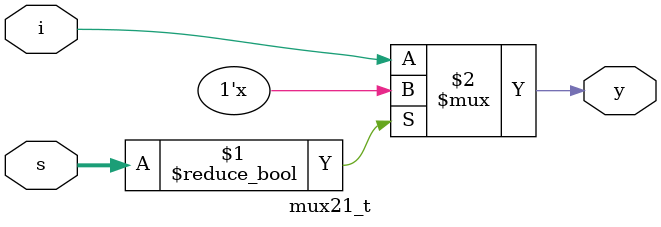
<source format=v>
module mux21_t(s,i,y);
  input [1:0]s;
  input i;
  output y;
  assign y = (s) ? i[1]:i[0];
endmodule

</source>
